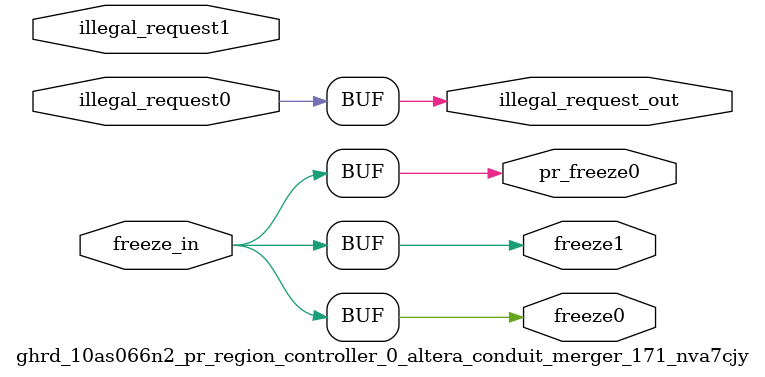
<source format=sv>



`timescale 1 ps / 1 ps

module ghrd_10as066n2_pr_region_controller_0_altera_conduit_merger_171_nva7cjy #(
    parameter NUM_INTF_BRIDGE   = 1
) (
    input  illegal_request0,
	output freeze0,
    input  illegal_request1,
	output freeze1,
	output pr_freeze0,
    input                        freeze_in,
    output [NUM_INTF_BRIDGE-1:0] illegal_request_out
);
	
	assign illegal_request_out = {
        illegal_request1,
        illegal_request0 
    };
	
    assign freeze1 = freeze_in;
    assign freeze0 = freeze_in;

    assign pr_freeze0 = freeze_in;

endmodule


</source>
